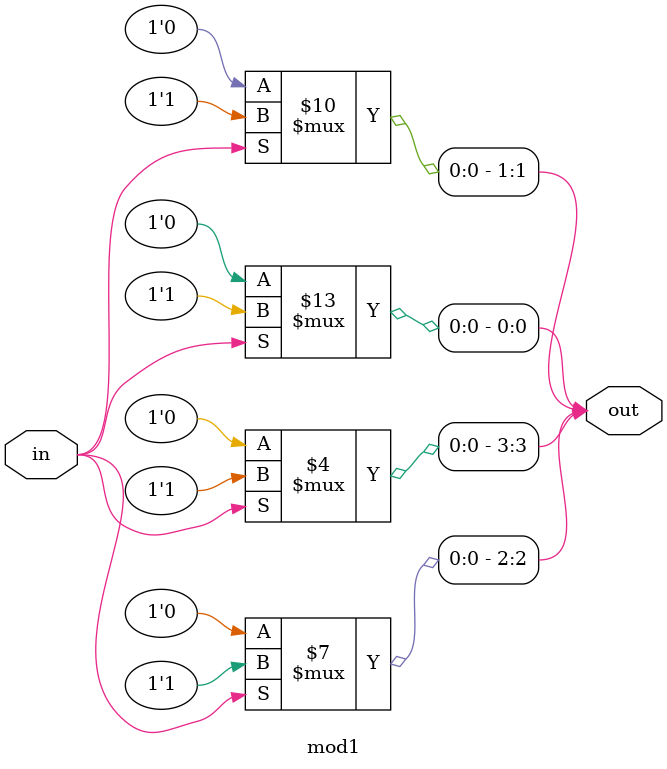
<source format=sv>
module mod1 (
  input logic  in,
  output logic [3:0] out
);

always_comb begin
  if (in == 1'h1) begin
    out[0] = 1'h1;
    out[1] = 1'h1;
    out[2] = 1'h1;
    out[3] = 1'h1;
  end
  else begin
    out[0] = 1'h0;
    out[1] = 1'h0;
    out[2] = 1'h0;
    out[3] = 1'h0;
  end
end
endmodule   // mod1


</source>
